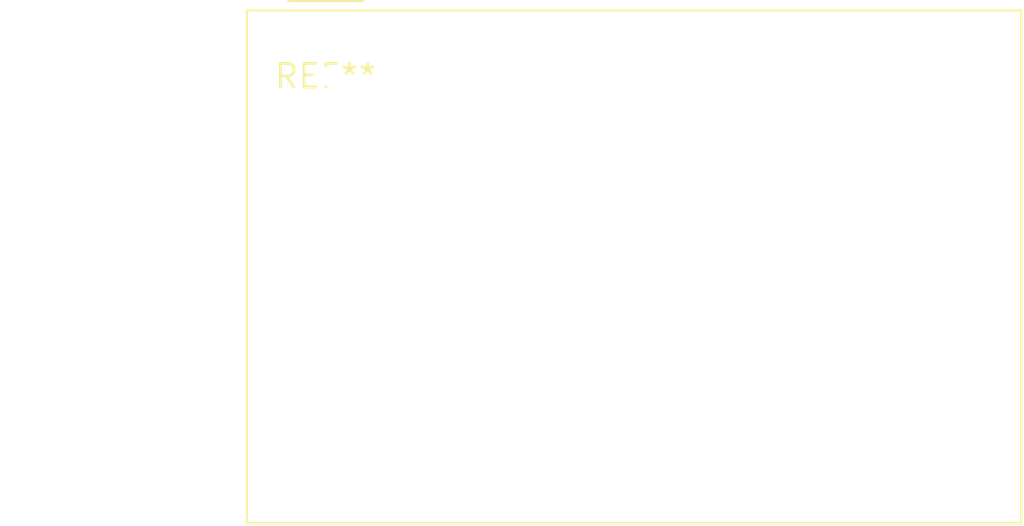
<source format=kicad_pcb>
(kicad_pcb (version 20240108) (generator pcbnew)
  (layers (0 "F.Cu" signal) (31 "B.Cu" signal) (34 "B.Paste" user) (35 "F.Paste" user) (36 "B.SilkS" user "B.Silkscreen") (37 "F.SilkS" user "F.Silkscreen") (38 "B.Mask" user) (39 "F.Mask" user) (44 "Edge.Cuts" user))
  (net 0 "")
  (footprint "Converter_ACDC_TRACO_TMG-15_THT" (layer "F.Cu") (at 0 0)
    (property "Reference" "REF**")
    (property "Value" "Converter_ACDC_TRACO_TMG-15_THT")
    (fp_line (start -4.22 -3.52) (end 37.22 -3.52) (layer "F.SilkS") (stroke (width 0.12)))
    (fp_line (start -4.22 23.92) (end -4.22 -3.52) (layer "F.SilkS") (stroke (width 0.12)))
    (fp_line (start -2 -4.02) (end 2 -4.02) (layer "F.SilkS") (stroke (width 0.12)))
    (fp_line (start 37.22 -3.52) (end 37.22 23.92) (layer "F.SilkS") (stroke (width 0.12)))
    (fp_line (start 37.22 23.92) (end -4.22 23.92) (layer "F.SilkS") (stroke (width 0.12)))
    (pad "1" thru_hole rect (at 0 0) (size 2 2) (drill 1) (layers *.Cu *.Mask) (remove_unused_layers))
    (pad "2" thru_hole circle (at 0 19) (size 2 2) (drill 1) (layers *.Cu *.Mask) (remove_unused_layers))
    (pad "3" thru_hole circle (at 33 0) (size 2 2) (drill 1) (layers *.Cu *.Mask) (remove_unused_layers))
    (pad "4" thru_hole circle (at 33 12.7) (size 2 2) (drill 1) (layers *.Cu *.Mask) (remove_unused_layers))
  )
)
</source>
